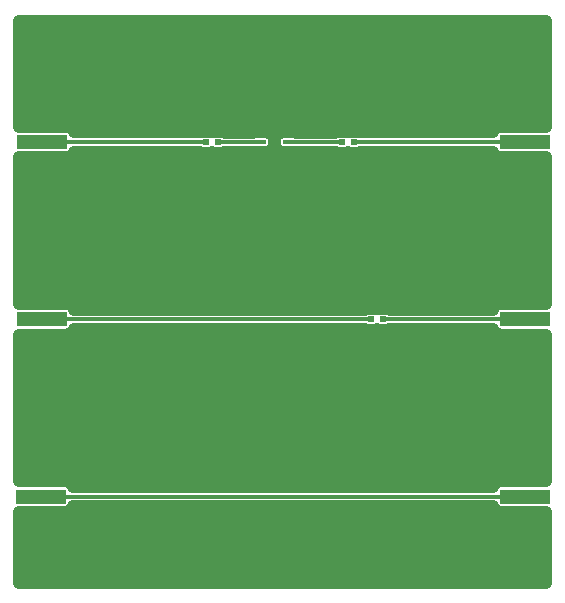
<source format=gtl>
%TF.GenerationSoftware,KiCad,Pcbnew,(5.1.8-44-gfd79c7ae46)*%
%TF.CreationDate,2021-01-02T19:49:22-07:00*%
%TF.ProjectId,egg,6567672e-6b69-4636-9164-5f7063625858,rev?*%
%TF.SameCoordinates,Original*%
%TF.FileFunction,Copper,L1,Top*%
%TF.FilePolarity,Positive*%
%FSLAX46Y46*%
G04 Gerber Fmt 4.6, Leading zero omitted, Abs format (unit mm)*
G04 Created by KiCad (PCBNEW (5.1.8-44-gfd79c7ae46)) date 2021-01-02 19:49:22*
%MOMM*%
%LPD*%
G01*
G04 APERTURE LIST*
%TA.AperFunction,SMDPad,CuDef*%
%ADD10R,0.350000X1.000000*%
%TD*%
%TA.AperFunction,SMDPad,CuDef*%
%ADD11R,1.000000X0.350000*%
%TD*%
%TA.AperFunction,SMDPad,CuDef*%
%ADD12R,0.254000X0.203200*%
%TD*%
%TA.AperFunction,SMDPad,CuDef*%
%ADD13R,4.700000X1.350000*%
%TD*%
%TA.AperFunction,SMDPad,CuDef*%
%ADD14R,4.200000X1.270000*%
%TD*%
%TA.AperFunction,SMDPad,CuDef*%
%ADD15R,0.500000X0.500000*%
%TD*%
%TA.AperFunction,ViaPad*%
%ADD16C,0.349758*%
%TD*%
%TA.AperFunction,ViaPad*%
%ADD17C,0.457200*%
%TD*%
%TA.AperFunction,Conductor*%
%ADD18C,0.300000*%
%TD*%
%TA.AperFunction,Conductor*%
%ADD19C,0.127000*%
%TD*%
%TA.AperFunction,Conductor*%
%ADD20C,0.340360*%
%TD*%
%TA.AperFunction,Conductor*%
%ADD21C,1.000000*%
%TD*%
%TA.AperFunction,Conductor*%
%ADD22C,0.100000*%
%TD*%
G04 APERTURE END LIST*
D10*
%TO.P,FL1,3*%
%TO.N,GND*%
X52950000Y-35900000D03*
%TO.P,FL1,1*%
X51650000Y-35900000D03*
%TO.P,FL1,7*%
X51650000Y-34100000D03*
%TO.P,FL1,5*%
X52950000Y-34100000D03*
%TO.P,FL1,6*%
X52300000Y-34100000D03*
%TO.P,FL1,2*%
X52300000Y-35900000D03*
D11*
%TO.P,FL1,4*%
%TO.N,Net-(C2-Pad2)*%
X53500000Y-35000000D03*
%TO.P,FL1,8*%
%TO.N,Net-(C1-Pad1)*%
X51100000Y-35000000D03*
%TD*%
D12*
%TO.P,D3,1*%
%TO.N,Net-(C3-Pad2)*%
X45500000Y-50074100D03*
%TO.P,D3,2*%
%TO.N,GND*%
X45500000Y-50425900D03*
%TD*%
%TO.P,D2,1*%
%TO.N,Net-(C2-Pad1)*%
X66000000Y-35094100D03*
%TO.P,D2,2*%
%TO.N,GND*%
X66000000Y-35445900D03*
%TD*%
%TO.P,D1,1*%
%TO.N,Net-(C1-Pad2)*%
X42010000Y-35074100D03*
%TO.P,D1,2*%
%TO.N,GND*%
X42010000Y-35425900D03*
%TD*%
D13*
%TO.P,J6,2*%
%TO.N,GND*%
X32750000Y-62175000D03*
X32750000Y-67825000D03*
D14*
%TO.P,J6,1*%
%TO.N,Net-(J5-Pad1)*%
X32500000Y-65000000D03*
%TD*%
D13*
%TO.P,J5,2*%
%TO.N,GND*%
X73250000Y-67825000D03*
X73250000Y-62175000D03*
D14*
%TO.P,J5,1*%
%TO.N,Net-(J5-Pad1)*%
X73500000Y-65000000D03*
%TD*%
D13*
%TO.P,J4,2*%
%TO.N,GND*%
X73250000Y-52825000D03*
X73250000Y-47175000D03*
D14*
%TO.P,J4,1*%
%TO.N,Net-(C3-Pad1)*%
X73500000Y-50000000D03*
%TD*%
D13*
%TO.P,J3,2*%
%TO.N,GND*%
X32850000Y-47175000D03*
X32850000Y-52825000D03*
D14*
%TO.P,J3,1*%
%TO.N,Net-(C3-Pad2)*%
X32600000Y-50000000D03*
%TD*%
D15*
%TO.P,C3,2*%
%TO.N,Net-(C3-Pad2)*%
X60500000Y-50000000D03*
%TO.P,C3,1*%
%TO.N,Net-(C3-Pad1)*%
X61500000Y-50000000D03*
%TD*%
D13*
%TO.P,J2,2*%
%TO.N,GND*%
X73250000Y-37825000D03*
X73250000Y-32175000D03*
D14*
%TO.P,J2,1*%
%TO.N,Net-(C2-Pad1)*%
X73500000Y-35000000D03*
%TD*%
D13*
%TO.P,J1,2*%
%TO.N,GND*%
X32850000Y-32175000D03*
X32850000Y-37825000D03*
D14*
%TO.P,J1,1*%
%TO.N,Net-(C1-Pad2)*%
X32600000Y-35000000D03*
%TD*%
D15*
%TO.P,C2,2*%
%TO.N,Net-(C2-Pad2)*%
X58000000Y-35000000D03*
%TO.P,C2,1*%
%TO.N,Net-(C2-Pad1)*%
X59000000Y-35000000D03*
%TD*%
%TO.P,C1,2*%
%TO.N,Net-(C1-Pad2)*%
X46500000Y-35000000D03*
%TO.P,C1,1*%
%TO.N,Net-(C1-Pad1)*%
X47500000Y-35000000D03*
%TD*%
D16*
%TO.N,GND*%
X65340000Y-35670000D03*
D17*
X34000000Y-32000000D03*
X33000000Y-32000000D03*
X32000000Y-32000000D03*
X31000000Y-32000000D03*
X35000000Y-38000000D03*
X34000000Y-38000000D03*
X33000000Y-38000000D03*
X32000000Y-38000000D03*
X31000000Y-38000000D03*
X34000000Y-68000000D03*
X35000000Y-68000000D03*
X33000000Y-68000000D03*
X32000000Y-68000000D03*
X31000000Y-68000000D03*
X35000000Y-62000000D03*
X34000000Y-62000000D03*
X33000000Y-62000000D03*
X32000000Y-62000000D03*
X31000000Y-62000000D03*
X35000000Y-53000000D03*
X34000000Y-53000000D03*
X33000000Y-53000000D03*
X32000000Y-53000000D03*
X31000000Y-53000000D03*
X31000000Y-47000000D03*
X32000000Y-47000000D03*
X33000000Y-47000000D03*
X34000000Y-47000000D03*
X35000000Y-47000000D03*
X75000000Y-68000000D03*
X74000000Y-68000000D03*
X73000000Y-68000000D03*
X72000000Y-68000000D03*
X71000000Y-68000000D03*
X71000000Y-62000000D03*
X72000000Y-62000000D03*
X73000000Y-62000000D03*
X74000000Y-62000000D03*
X75000000Y-62000000D03*
X71000000Y-53000000D03*
X72000000Y-53000000D03*
X73000000Y-53000000D03*
X74000000Y-53000000D03*
X75000000Y-53000000D03*
X71000000Y-47000000D03*
X72000000Y-47000000D03*
X73000000Y-47000000D03*
X74000000Y-47000000D03*
X75000000Y-47000000D03*
X71000000Y-38000000D03*
X72000000Y-38000000D03*
X73000000Y-38000000D03*
X74000000Y-38000000D03*
X75000000Y-38000000D03*
X71000000Y-32000000D03*
X72000000Y-32000000D03*
X73000000Y-32000000D03*
X74000000Y-32000000D03*
X75000000Y-32000000D03*
D16*
X55000000Y-35635000D03*
X56500000Y-35635000D03*
X53500000Y-35635000D03*
X58000000Y-35635000D03*
X56500000Y-34365000D03*
X55000000Y-34365000D03*
X58000000Y-34365000D03*
X53500000Y-34365000D03*
X35619047Y-50635000D03*
X36928571Y-50635000D03*
X38238095Y-50635000D03*
X39547619Y-50635000D03*
X40857142Y-50635000D03*
X42166666Y-50635000D03*
X43476190Y-50635000D03*
X44785714Y-50635000D03*
X46095238Y-50635000D03*
X47404761Y-50635000D03*
X48714285Y-50635000D03*
X50023809Y-50635000D03*
X51333333Y-50635000D03*
X52642857Y-50635000D03*
X53952380Y-50635000D03*
X55261904Y-50635000D03*
X56571428Y-50635000D03*
X57880952Y-50635000D03*
X59190476Y-50635000D03*
X60500000Y-50635000D03*
X59190476Y-49365000D03*
X57880952Y-49365000D03*
X56571428Y-49365000D03*
X55261904Y-49365000D03*
X53952380Y-49365000D03*
X52642857Y-49365000D03*
X51333333Y-49365000D03*
X50023809Y-49365000D03*
X48714285Y-49365000D03*
X47404761Y-49365000D03*
X46095238Y-49365000D03*
X44785714Y-49365000D03*
X43476190Y-49365000D03*
X42166666Y-49365000D03*
X40857142Y-49365000D03*
X39547619Y-49365000D03*
X38238095Y-49365000D03*
X36928571Y-49365000D03*
X35619047Y-49365000D03*
X60500000Y-49365000D03*
X60272727Y-35635000D03*
X61545454Y-35635000D03*
X62818181Y-35635000D03*
X64090909Y-35635000D03*
X66636363Y-35635000D03*
X67909090Y-35635000D03*
X69181818Y-35635000D03*
X70454545Y-35635000D03*
X59000000Y-35635000D03*
X70454545Y-34365000D03*
X69181818Y-34365000D03*
X67909090Y-34365000D03*
X66636363Y-34365000D03*
X65363636Y-34365000D03*
X64090909Y-34365000D03*
X62818181Y-34365000D03*
X61545454Y-34365000D03*
X60272727Y-34365000D03*
X59000000Y-34365000D03*
X62777777Y-50635000D03*
X64055555Y-50635000D03*
X65333333Y-50635000D03*
X66611111Y-50635000D03*
X67888888Y-50635000D03*
X69166666Y-50635000D03*
X70444444Y-50635000D03*
X61500000Y-50635000D03*
X70444444Y-49365000D03*
X69166666Y-49365000D03*
X67888888Y-49365000D03*
X66611111Y-49365000D03*
X65333333Y-49365000D03*
X64055555Y-49365000D03*
X62777777Y-49365000D03*
X61500000Y-49365000D03*
X35580645Y-65635000D03*
X36870967Y-65635000D03*
X38161290Y-65635000D03*
X39451612Y-65635000D03*
X40741935Y-65635000D03*
X42032258Y-65635000D03*
X43322580Y-65635000D03*
X44612903Y-65635000D03*
X45903225Y-65635000D03*
X47193548Y-65635000D03*
X48483870Y-65635000D03*
X49774193Y-65635000D03*
X51064516Y-65635000D03*
X52354838Y-65635000D03*
X53645161Y-65635000D03*
X54935483Y-65635000D03*
X56225806Y-65635000D03*
X57516129Y-65635000D03*
X58806451Y-65635000D03*
X60096774Y-65635000D03*
X61387096Y-65635000D03*
X62677419Y-65635000D03*
X63967741Y-65635000D03*
X65258064Y-65635000D03*
X66548387Y-65635000D03*
X67838709Y-65635000D03*
X69129032Y-65635000D03*
X70419354Y-65635000D03*
X70419354Y-64365000D03*
X69129032Y-64365000D03*
X67838709Y-64365000D03*
X66548387Y-64365000D03*
X65258064Y-64365000D03*
X63967741Y-64365000D03*
X62677419Y-64365000D03*
X61387096Y-64365000D03*
X60096774Y-64365000D03*
X58806451Y-64365000D03*
X57516129Y-64365000D03*
X56225806Y-64365000D03*
X54935483Y-64365000D03*
X53645161Y-64365000D03*
X52354838Y-64365000D03*
X51064516Y-64365000D03*
X49774193Y-64365000D03*
X48483870Y-64365000D03*
X47193548Y-64365000D03*
X45903225Y-64365000D03*
X44612903Y-64365000D03*
X43322580Y-64365000D03*
X42032258Y-64365000D03*
X40741935Y-64365000D03*
X39451612Y-64365000D03*
X38161290Y-64365000D03*
X36870967Y-64365000D03*
X35580645Y-64365000D03*
X49300000Y-35635000D03*
X47500000Y-35635000D03*
X51100000Y-35635000D03*
X49300000Y-34365000D03*
X51100000Y-34365000D03*
X47500000Y-34365000D03*
X39750000Y-35635000D03*
X41100000Y-35635000D03*
X42450000Y-35635000D03*
X43800000Y-35635000D03*
X45150000Y-35635000D03*
X46500000Y-35635000D03*
X45150000Y-34365000D03*
X43800000Y-34365000D03*
X42450000Y-34365000D03*
X41100000Y-34365000D03*
X39750000Y-34365000D03*
X46500000Y-34365000D03*
D17*
X35000000Y-32000000D03*
D16*
X37050000Y-35635000D03*
X38400000Y-35635000D03*
X38400000Y-34365000D03*
X37050000Y-34365000D03*
X35700000Y-34365000D03*
X35700000Y-35635000D03*
D17*
X52300000Y-35000000D03*
X52070000Y-33020000D03*
X52705000Y-33020000D03*
X52705000Y-36830000D03*
X52070000Y-36830000D03*
X53467000Y-36258500D03*
X51181000Y-36258500D03*
X51181000Y-33718500D03*
X53467000Y-33718500D03*
%TD*%
D18*
%TO.N,Net-(C1-Pad1)*%
X51100000Y-35000000D02*
X47500000Y-35000000D01*
D19*
%TO.N,GND*%
X75075000Y-67825000D02*
X73250000Y-67825000D01*
X74925000Y-52825000D02*
X73250000Y-52825000D01*
D18*
%TO.N,Net-(C2-Pad2)*%
X58000000Y-35000000D02*
X53500000Y-35000000D01*
D20*
%TO.N,Net-(C1-Pad2)*%
X42000000Y-35010000D02*
X41990000Y-35000000D01*
X41990000Y-35000000D02*
X32600000Y-35000000D01*
X46500000Y-35000000D02*
X41990000Y-35000000D01*
%TO.N,Net-(C2-Pad1)*%
X73500000Y-35000000D02*
X59000000Y-35000000D01*
%TO.N,Net-(C3-Pad2)*%
X45540000Y-50000000D02*
X32600000Y-50000000D01*
X60500000Y-50000000D02*
X45540000Y-50000000D01*
D18*
%TO.N,Net-(C3-Pad1)*%
X73000000Y-50000000D02*
X61500000Y-50000000D01*
%TO.N,Net-(J5-Pad1)*%
X33000000Y-65000000D02*
X73000000Y-65000000D01*
%TD*%
D21*
%TO.N,GND*%
X70796573Y-65884948D02*
X70856930Y-65997868D01*
X70938157Y-66096843D01*
X71037132Y-66178070D01*
X71150052Y-66238427D01*
X71272578Y-66275595D01*
X71400000Y-66288145D01*
X75300001Y-66288145D01*
X75300001Y-72300000D01*
X30700000Y-72300000D01*
X30700000Y-66288145D01*
X34600000Y-66288145D01*
X34727422Y-66275595D01*
X34849948Y-66238427D01*
X34962868Y-66178070D01*
X35061843Y-66096843D01*
X35143070Y-65997868D01*
X35203427Y-65884948D01*
X35229196Y-65800000D01*
X70770804Y-65800000D01*
X70796573Y-65884948D01*
%TA.AperFunction,Conductor*%
D22*
G36*
X70796573Y-65884948D02*
G01*
X70856930Y-65997868D01*
X70938157Y-66096843D01*
X71037132Y-66178070D01*
X71150052Y-66238427D01*
X71272578Y-66275595D01*
X71400000Y-66288145D01*
X75300001Y-66288145D01*
X75300001Y-72300000D01*
X30700000Y-72300000D01*
X30700000Y-66288145D01*
X34600000Y-66288145D01*
X34727422Y-66275595D01*
X34849948Y-66238427D01*
X34962868Y-66178070D01*
X35061843Y-66096843D01*
X35143070Y-65997868D01*
X35203427Y-65884948D01*
X35229196Y-65800000D01*
X70770804Y-65800000D01*
X70796573Y-65884948D01*
G37*
%TD.AperFunction*%
D21*
X70796573Y-50884948D02*
X70856930Y-50997868D01*
X70938157Y-51096843D01*
X71037132Y-51178070D01*
X71150052Y-51238427D01*
X71272578Y-51275595D01*
X71400000Y-51288145D01*
X75300001Y-51288145D01*
X75300001Y-63711855D01*
X71400000Y-63711855D01*
X71272578Y-63724405D01*
X71150052Y-63761573D01*
X71037132Y-63821930D01*
X70938157Y-63903157D01*
X70856930Y-64002132D01*
X70796573Y-64115052D01*
X70770804Y-64200000D01*
X35229196Y-64200000D01*
X35203427Y-64115052D01*
X35143070Y-64002132D01*
X35061843Y-63903157D01*
X34962868Y-63821930D01*
X34849948Y-63761573D01*
X34727422Y-63724405D01*
X34600000Y-63711855D01*
X30700000Y-63711855D01*
X30700000Y-51288145D01*
X34700000Y-51288145D01*
X34827422Y-51275595D01*
X34949948Y-51238427D01*
X35062868Y-51178070D01*
X35161843Y-51096843D01*
X35243070Y-50997868D01*
X35303427Y-50884948D01*
X35323074Y-50820180D01*
X45285023Y-50820180D01*
X45373000Y-50828845D01*
X45627000Y-50828845D01*
X45714977Y-50820180D01*
X59937851Y-50820180D01*
X60000052Y-50853427D01*
X60122578Y-50890595D01*
X60250000Y-50903145D01*
X60750000Y-50903145D01*
X60877422Y-50890595D01*
X60999948Y-50853427D01*
X61000000Y-50853399D01*
X61000052Y-50853427D01*
X61122578Y-50890595D01*
X61250000Y-50903145D01*
X61750000Y-50903145D01*
X61877422Y-50890595D01*
X61999948Y-50853427D01*
X62099903Y-50800000D01*
X70770804Y-50800000D01*
X70796573Y-50884948D01*
%TA.AperFunction,Conductor*%
D22*
G36*
X70796573Y-50884948D02*
G01*
X70856930Y-50997868D01*
X70938157Y-51096843D01*
X71037132Y-51178070D01*
X71150052Y-51238427D01*
X71272578Y-51275595D01*
X71400000Y-51288145D01*
X75300001Y-51288145D01*
X75300001Y-63711855D01*
X71400000Y-63711855D01*
X71272578Y-63724405D01*
X71150052Y-63761573D01*
X71037132Y-63821930D01*
X70938157Y-63903157D01*
X70856930Y-64002132D01*
X70796573Y-64115052D01*
X70770804Y-64200000D01*
X35229196Y-64200000D01*
X35203427Y-64115052D01*
X35143070Y-64002132D01*
X35061843Y-63903157D01*
X34962868Y-63821930D01*
X34849948Y-63761573D01*
X34727422Y-63724405D01*
X34600000Y-63711855D01*
X30700000Y-63711855D01*
X30700000Y-51288145D01*
X34700000Y-51288145D01*
X34827422Y-51275595D01*
X34949948Y-51238427D01*
X35062868Y-51178070D01*
X35161843Y-51096843D01*
X35243070Y-50997868D01*
X35303427Y-50884948D01*
X35323074Y-50820180D01*
X45285023Y-50820180D01*
X45373000Y-50828845D01*
X45627000Y-50828845D01*
X45714977Y-50820180D01*
X59937851Y-50820180D01*
X60000052Y-50853427D01*
X60122578Y-50890595D01*
X60250000Y-50903145D01*
X60750000Y-50903145D01*
X60877422Y-50890595D01*
X60999948Y-50853427D01*
X61000000Y-50853399D01*
X61000052Y-50853427D01*
X61122578Y-50890595D01*
X61250000Y-50903145D01*
X61750000Y-50903145D01*
X61877422Y-50890595D01*
X61999948Y-50853427D01*
X62099903Y-50800000D01*
X70770804Y-50800000D01*
X70796573Y-50884948D01*
G37*
%TD.AperFunction*%
D21*
X75300000Y-33711855D02*
X71400000Y-33711855D01*
X71272578Y-33724405D01*
X71150052Y-33761573D01*
X71037132Y-33821930D01*
X70938157Y-33903157D01*
X70856930Y-34002132D01*
X70796573Y-34115052D01*
X70776926Y-34179820D01*
X59562149Y-34179820D01*
X59499948Y-34146573D01*
X59377422Y-34109405D01*
X59250000Y-34096855D01*
X58750000Y-34096855D01*
X58622578Y-34109405D01*
X58500052Y-34146573D01*
X58500000Y-34146601D01*
X58499948Y-34146573D01*
X58377422Y-34109405D01*
X58250000Y-34096855D01*
X57750000Y-34096855D01*
X57622578Y-34109405D01*
X57500052Y-34146573D01*
X57400097Y-34200000D01*
X54178832Y-34200000D01*
X54127422Y-34184405D01*
X54000000Y-34171855D01*
X53000000Y-34171855D01*
X52872578Y-34184405D01*
X52750052Y-34221573D01*
X52637132Y-34281930D01*
X52538157Y-34363157D01*
X52456930Y-34462132D01*
X52396573Y-34575052D01*
X52359405Y-34697578D01*
X52346855Y-34825000D01*
X52346855Y-35175000D01*
X52359405Y-35302422D01*
X52396573Y-35424948D01*
X52456930Y-35537868D01*
X52538157Y-35636843D01*
X52637132Y-35718070D01*
X52750052Y-35778427D01*
X52872578Y-35815595D01*
X53000000Y-35828145D01*
X54000000Y-35828145D01*
X54127422Y-35815595D01*
X54178832Y-35800000D01*
X57400097Y-35800000D01*
X57500052Y-35853427D01*
X57622578Y-35890595D01*
X57750000Y-35903145D01*
X58250000Y-35903145D01*
X58377422Y-35890595D01*
X58499948Y-35853427D01*
X58500000Y-35853399D01*
X58500052Y-35853427D01*
X58622578Y-35890595D01*
X58750000Y-35903145D01*
X59250000Y-35903145D01*
X59377422Y-35890595D01*
X59499948Y-35853427D01*
X59562149Y-35820180D01*
X65692454Y-35820180D01*
X65745578Y-35836295D01*
X65873000Y-35848845D01*
X66127000Y-35848845D01*
X66254422Y-35836295D01*
X66307546Y-35820180D01*
X70776926Y-35820180D01*
X70796573Y-35884948D01*
X70856930Y-35997868D01*
X70938157Y-36096843D01*
X71037132Y-36178070D01*
X71150052Y-36238427D01*
X71272578Y-36275595D01*
X71400000Y-36288145D01*
X75300000Y-36288145D01*
X75300001Y-48711855D01*
X71400000Y-48711855D01*
X71272578Y-48724405D01*
X71150052Y-48761573D01*
X71037132Y-48821930D01*
X70938157Y-48903157D01*
X70856930Y-49002132D01*
X70796573Y-49115052D01*
X70770804Y-49200000D01*
X62099903Y-49200000D01*
X61999948Y-49146573D01*
X61877422Y-49109405D01*
X61750000Y-49096855D01*
X61250000Y-49096855D01*
X61122578Y-49109405D01*
X61000052Y-49146573D01*
X61000000Y-49146601D01*
X60999948Y-49146573D01*
X60877422Y-49109405D01*
X60750000Y-49096855D01*
X60250000Y-49096855D01*
X60122578Y-49109405D01*
X60000052Y-49146573D01*
X59937851Y-49179820D01*
X35323074Y-49179820D01*
X35303427Y-49115052D01*
X35243070Y-49002132D01*
X35161843Y-48903157D01*
X35062868Y-48821930D01*
X34949948Y-48761573D01*
X34827422Y-48724405D01*
X34700000Y-48711855D01*
X30700000Y-48711855D01*
X30700000Y-36288145D01*
X34700000Y-36288145D01*
X34827422Y-36275595D01*
X34949948Y-36238427D01*
X35062868Y-36178070D01*
X35161843Y-36096843D01*
X35243070Y-35997868D01*
X35303427Y-35884948D01*
X35323074Y-35820180D01*
X41795023Y-35820180D01*
X41883000Y-35828845D01*
X41946158Y-35828845D01*
X41999999Y-35834148D01*
X42053841Y-35828845D01*
X42137000Y-35828845D01*
X42224977Y-35820180D01*
X45937851Y-35820180D01*
X46000052Y-35853427D01*
X46122578Y-35890595D01*
X46250000Y-35903145D01*
X46750000Y-35903145D01*
X46877422Y-35890595D01*
X46999948Y-35853427D01*
X47000000Y-35853399D01*
X47000052Y-35853427D01*
X47122578Y-35890595D01*
X47250000Y-35903145D01*
X47750000Y-35903145D01*
X47877422Y-35890595D01*
X47999948Y-35853427D01*
X48099903Y-35800000D01*
X50421168Y-35800000D01*
X50472578Y-35815595D01*
X50600000Y-35828145D01*
X51600000Y-35828145D01*
X51727422Y-35815595D01*
X51849948Y-35778427D01*
X51962868Y-35718070D01*
X52061843Y-35636843D01*
X52143070Y-35537868D01*
X52203427Y-35424948D01*
X52240595Y-35302422D01*
X52253145Y-35175000D01*
X52253145Y-34825000D01*
X52240595Y-34697578D01*
X52203427Y-34575052D01*
X52143070Y-34462132D01*
X52061843Y-34363157D01*
X51962868Y-34281930D01*
X51849948Y-34221573D01*
X51727422Y-34184405D01*
X51600000Y-34171855D01*
X50600000Y-34171855D01*
X50472578Y-34184405D01*
X50421168Y-34200000D01*
X48099903Y-34200000D01*
X47999948Y-34146573D01*
X47877422Y-34109405D01*
X47750000Y-34096855D01*
X47250000Y-34096855D01*
X47122578Y-34109405D01*
X47000052Y-34146573D01*
X47000000Y-34146601D01*
X46999948Y-34146573D01*
X46877422Y-34109405D01*
X46750000Y-34096855D01*
X46250000Y-34096855D01*
X46122578Y-34109405D01*
X46000052Y-34146573D01*
X45937851Y-34179820D01*
X42030287Y-34179820D01*
X41990000Y-34175852D01*
X41949713Y-34179820D01*
X35323074Y-34179820D01*
X35303427Y-34115052D01*
X35243070Y-34002132D01*
X35161843Y-33903157D01*
X35062868Y-33821930D01*
X34949948Y-33761573D01*
X34827422Y-33724405D01*
X34700000Y-33711855D01*
X30700000Y-33711855D01*
X30700000Y-24700000D01*
X75300000Y-24700000D01*
X75300000Y-33711855D01*
%TA.AperFunction,Conductor*%
D22*
G36*
X75300000Y-33711855D02*
G01*
X71400000Y-33711855D01*
X71272578Y-33724405D01*
X71150052Y-33761573D01*
X71037132Y-33821930D01*
X70938157Y-33903157D01*
X70856930Y-34002132D01*
X70796573Y-34115052D01*
X70776926Y-34179820D01*
X59562149Y-34179820D01*
X59499948Y-34146573D01*
X59377422Y-34109405D01*
X59250000Y-34096855D01*
X58750000Y-34096855D01*
X58622578Y-34109405D01*
X58500052Y-34146573D01*
X58500000Y-34146601D01*
X58499948Y-34146573D01*
X58377422Y-34109405D01*
X58250000Y-34096855D01*
X57750000Y-34096855D01*
X57622578Y-34109405D01*
X57500052Y-34146573D01*
X57400097Y-34200000D01*
X54178832Y-34200000D01*
X54127422Y-34184405D01*
X54000000Y-34171855D01*
X53000000Y-34171855D01*
X52872578Y-34184405D01*
X52750052Y-34221573D01*
X52637132Y-34281930D01*
X52538157Y-34363157D01*
X52456930Y-34462132D01*
X52396573Y-34575052D01*
X52359405Y-34697578D01*
X52346855Y-34825000D01*
X52346855Y-35175000D01*
X52359405Y-35302422D01*
X52396573Y-35424948D01*
X52456930Y-35537868D01*
X52538157Y-35636843D01*
X52637132Y-35718070D01*
X52750052Y-35778427D01*
X52872578Y-35815595D01*
X53000000Y-35828145D01*
X54000000Y-35828145D01*
X54127422Y-35815595D01*
X54178832Y-35800000D01*
X57400097Y-35800000D01*
X57500052Y-35853427D01*
X57622578Y-35890595D01*
X57750000Y-35903145D01*
X58250000Y-35903145D01*
X58377422Y-35890595D01*
X58499948Y-35853427D01*
X58500000Y-35853399D01*
X58500052Y-35853427D01*
X58622578Y-35890595D01*
X58750000Y-35903145D01*
X59250000Y-35903145D01*
X59377422Y-35890595D01*
X59499948Y-35853427D01*
X59562149Y-35820180D01*
X65692454Y-35820180D01*
X65745578Y-35836295D01*
X65873000Y-35848845D01*
X66127000Y-35848845D01*
X66254422Y-35836295D01*
X66307546Y-35820180D01*
X70776926Y-35820180D01*
X70796573Y-35884948D01*
X70856930Y-35997868D01*
X70938157Y-36096843D01*
X71037132Y-36178070D01*
X71150052Y-36238427D01*
X71272578Y-36275595D01*
X71400000Y-36288145D01*
X75300000Y-36288145D01*
X75300001Y-48711855D01*
X71400000Y-48711855D01*
X71272578Y-48724405D01*
X71150052Y-48761573D01*
X71037132Y-48821930D01*
X70938157Y-48903157D01*
X70856930Y-49002132D01*
X70796573Y-49115052D01*
X70770804Y-49200000D01*
X62099903Y-49200000D01*
X61999948Y-49146573D01*
X61877422Y-49109405D01*
X61750000Y-49096855D01*
X61250000Y-49096855D01*
X61122578Y-49109405D01*
X61000052Y-49146573D01*
X61000000Y-49146601D01*
X60999948Y-49146573D01*
X60877422Y-49109405D01*
X60750000Y-49096855D01*
X60250000Y-49096855D01*
X60122578Y-49109405D01*
X60000052Y-49146573D01*
X59937851Y-49179820D01*
X35323074Y-49179820D01*
X35303427Y-49115052D01*
X35243070Y-49002132D01*
X35161843Y-48903157D01*
X35062868Y-48821930D01*
X34949948Y-48761573D01*
X34827422Y-48724405D01*
X34700000Y-48711855D01*
X30700000Y-48711855D01*
X30700000Y-36288145D01*
X34700000Y-36288145D01*
X34827422Y-36275595D01*
X34949948Y-36238427D01*
X35062868Y-36178070D01*
X35161843Y-36096843D01*
X35243070Y-35997868D01*
X35303427Y-35884948D01*
X35323074Y-35820180D01*
X41795023Y-35820180D01*
X41883000Y-35828845D01*
X41946158Y-35828845D01*
X41999999Y-35834148D01*
X42053841Y-35828845D01*
X42137000Y-35828845D01*
X42224977Y-35820180D01*
X45937851Y-35820180D01*
X46000052Y-35853427D01*
X46122578Y-35890595D01*
X46250000Y-35903145D01*
X46750000Y-35903145D01*
X46877422Y-35890595D01*
X46999948Y-35853427D01*
X47000000Y-35853399D01*
X47000052Y-35853427D01*
X47122578Y-35890595D01*
X47250000Y-35903145D01*
X47750000Y-35903145D01*
X47877422Y-35890595D01*
X47999948Y-35853427D01*
X48099903Y-35800000D01*
X50421168Y-35800000D01*
X50472578Y-35815595D01*
X50600000Y-35828145D01*
X51600000Y-35828145D01*
X51727422Y-35815595D01*
X51849948Y-35778427D01*
X51962868Y-35718070D01*
X52061843Y-35636843D01*
X52143070Y-35537868D01*
X52203427Y-35424948D01*
X52240595Y-35302422D01*
X52253145Y-35175000D01*
X52253145Y-34825000D01*
X52240595Y-34697578D01*
X52203427Y-34575052D01*
X52143070Y-34462132D01*
X52061843Y-34363157D01*
X51962868Y-34281930D01*
X51849948Y-34221573D01*
X51727422Y-34184405D01*
X51600000Y-34171855D01*
X50600000Y-34171855D01*
X50472578Y-34184405D01*
X50421168Y-34200000D01*
X48099903Y-34200000D01*
X47999948Y-34146573D01*
X47877422Y-34109405D01*
X47750000Y-34096855D01*
X47250000Y-34096855D01*
X47122578Y-34109405D01*
X47000052Y-34146573D01*
X47000000Y-34146601D01*
X46999948Y-34146573D01*
X46877422Y-34109405D01*
X46750000Y-34096855D01*
X46250000Y-34096855D01*
X46122578Y-34109405D01*
X46000052Y-34146573D01*
X45937851Y-34179820D01*
X42030287Y-34179820D01*
X41990000Y-34175852D01*
X41949713Y-34179820D01*
X35323074Y-34179820D01*
X35303427Y-34115052D01*
X35243070Y-34002132D01*
X35161843Y-33903157D01*
X35062868Y-33821930D01*
X34949948Y-33761573D01*
X34827422Y-33724405D01*
X34700000Y-33711855D01*
X30700000Y-33711855D01*
X30700000Y-24700000D01*
X75300000Y-24700000D01*
X75300000Y-33711855D01*
G37*
%TD.AperFunction*%
%TD*%
M02*

</source>
